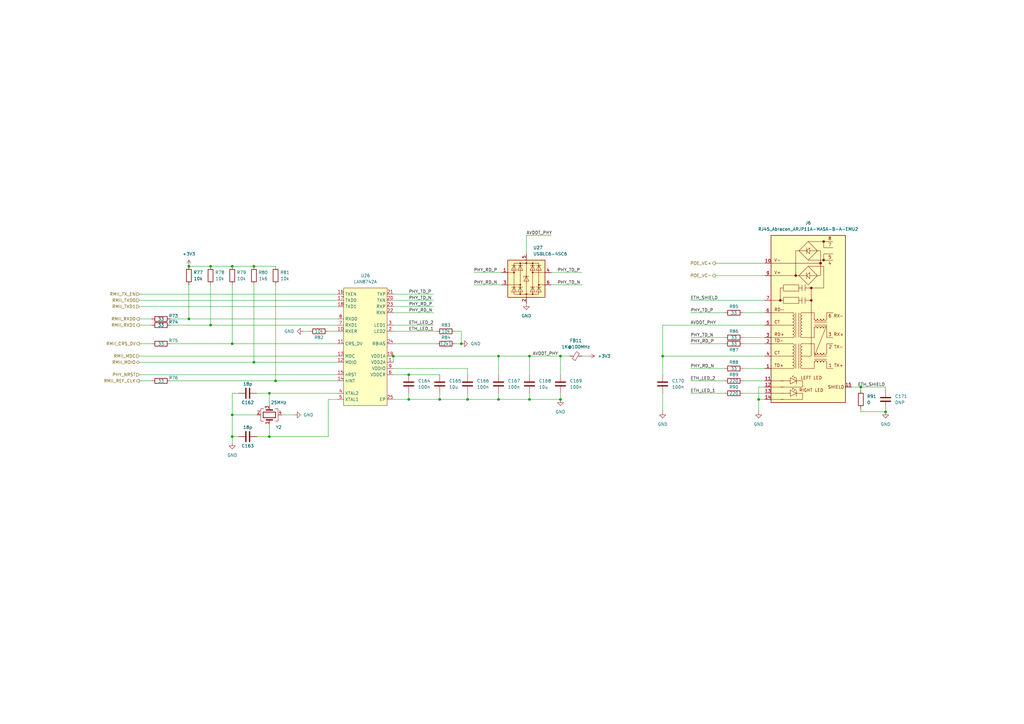
<source format=kicad_sch>
(kicad_sch (version 20211123) (generator eeschema)
  (paper "A3")
  (title_block (title "Kirdy") (date "2022-07-03") (rev "r0.1") (company "M-Labs") (comment 1 "Alex Wong Tat Hang"))
  (lib_symbols
    (symbol "Connector:RJ45_Abracon_ARJP11A-MASA-B-A-EMU2" (pin_names (offset 1.016) hide)
      (property "Reference" "J" (at 0 -38.1 0))
      (property "Value" "RJ45_Abracon_ARJP11A-MASA-B-A-EMU2" (at 0 -35.56 0))
      (symbol "RJ45_Abracon_ARJP11A-MASA-B-A-EMU2_0_0"
        (rectangle (start -15.24 -34.29) (end 15.24 34.29) (stroke (width 0.254)) (fill (type background)))
        (rectangle (start -3.81 8.89) (end -10.16 6.35))
        (polyline (pts (xy -15.24 -33.02) (xy -10.16 -33.02)))
        (polyline (pts (xy -15.24 -30.48) (xy -10.16 -30.48)))
        (polyline (pts (xy -15.24 -27.94) (xy -10.16 -27.94)))
        (polyline (pts (xy -15.24 -25.4) (xy -10.16 -25.4)))
        (polyline (pts (xy -15.24 -20.32) (xy -10.16 -20.32)))
        (polyline (pts (xy -15.24 -15.24) (xy -10.16 -15.24)))
        (polyline (pts (xy -15.24 -10.16) (xy -10.16 -10.16)))
        (polyline (pts (xy -15.24 -7.62) (xy -10.16 -7.62)))
        (polyline (pts (xy -15.24 -2.54) (xy -10.16 -2.54)))
        (polyline (pts (xy -15.24 2.54) (xy -10.16 2.54)))
        (polyline (pts (xy -15.24 22.86) (xy 5.08 22.86)))
        (polyline (pts (xy -11.43 7.62) (xy -15.24 7.62)))
        (polyline (pts (xy -11.176 -25.4) (xy -7.366 -25.4)))
        (polyline (pts (xy -10.16 7.62) (xy -11.43 7.62)))
        (polyline (pts (xy -5.08 17.78) (xy -15.24 17.78)))
        (polyline (pts (xy -5.08 17.78) (xy -3.81 17.78)))
        (polyline (pts (xy -5.08 19.05) (xy -5.08 17.78)))
        (polyline (pts (xy -3.81 7.62) (xy -2.54 7.62)))
        (polyline (pts (xy -3.81 12.7) (xy -2.54 12.7)))
        (polyline (pts (xy -2.54 8.89) (xy -2.54 6.35)))
        (polyline (pts (xy -1.27 8.89) (xy -1.27 6.35)))
        (polyline (pts (xy -1.27 13.97) (xy -1.27 11.43)))
        (polyline (pts (xy 0 21.59) (xy 6.35 21.59)))
        (polyline (pts (xy 0 24.13) (xy 10.16 24.13)))
        (polyline (pts (xy 0 31.75) (xy 10.16 31.75)))
        (polyline (pts (xy 1.27 10.16) (xy 1.27 12.7)))
        (polyline (pts (xy -10.16 12.7) (xy -11.43 12.7) (xy -11.43 7.62)))
        (polyline (pts (xy -3.81 27.94) (xy -5.08 27.94) (xy -5.08 17.78)))
        (polyline (pts (xy -1.27 12.7) (xy 0 12.7) (xy 1.27 12.7)))
        (polyline (pts (xy 1.27 12.7) (xy 6.35 12.7) (xy 6.35 21.59)))
        (polyline (pts (xy 6.35 24.13) (xy 6.35 26.67) (xy 10.16 26.67)))
        (polyline (pts (xy 6.35 31.75) (xy 6.35 29.21) (xy 10.16 29.21)))
        (polyline (pts (xy -4.826 -25.4) (xy -2.286 -25.4) (xy -2.286 -27.94) (xy -11.176 -27.94)))
        (polyline (pts (xy -2.54 -15.24) (xy -1.27 -15.24) (xy 1.27 -15.24) (xy 1.27 10.16)))
        (polyline (pts (xy 3.81 17.78) (xy 5.08 17.78) (xy 5.08 27.94) (xy 3.81 27.94)))
        (polyline (pts (xy -3.81 17.78) (xy 0 13.97) (xy 3.81 17.78) (xy 0 21.59) (xy -3.81 17.78)))
        (circle (center 1.27 7.62) (radius 0.0001) (stroke (width 0.508)))
        (text "1 TX+" (at 11.43 -19.05 0) (effects (font (size 1.27 1.27))))
        (text "2 TX-" (at 11.43 -11.43 0) (effects (font (size 1.27 1.27))))
        (text "3 RX+" (at 11.43 -6.35 0) (effects (font (size 1.27 1.27))))
        (text "4" (at 8.89 22.86 0) (effects (font (size 1.27 1.27))))
        (text "5" (at 8.89 25.4 0) (effects (font (size 1.27 1.27))))
        (text "6 RX-" (at 11.43 1.27 0) (effects (font (size 1.27 1.27))))
        (text "7" (at 8.89 30.48 0) (effects (font (size 1.27 1.27))))
        (text "8" (at 8.89 33.02 0) (effects (font (size 1.27 1.27))))
        (text "CT" (at -13.97 -1.27 0) (effects (font (size 1.27 1.27)) (justify left)))
        (text "LEFT LED" (at 1.27 -24.13 0) (effects (font (size 1.27 1.27))))
        (text "RD-" (at -13.97 3.81 0) (effects (font (size 1.27 1.27)) (justify left)))
        (text "SHIELD" (at 11.43 -27.94 0) (effects (font (size 1.27 1.27))))
        (text "V+" (at -13.97 19.05 0) (effects (font (size 1.27 1.27)) (justify left)))
        (text "V-" (at -13.97 24.13 0) (effects (font (size 1.27 1.27)) (justify left)))
      )
      (symbol "RJ45_Abracon_ARJP11A-MASA-B-A-EMU2_0_1"
        (arc (start -6.35 -16.51) (mid -5.715 -15.875) (end -6.35 -15.24))
        (arc (start -6.35 -15.24) (mid -5.715 -14.605) (end -6.35 -13.97))
        (arc (start -6.35 -13.97) (mid -6.35 -16.51) (end -6.35 -13.97))
        (arc (start -6.35 -11.43) (mid -5.715 -10.795) (end -6.35 -10.16))
        (polyline (pts (xy -6.35 -20.32) (xy -10.16 -20.32)))
        (polyline (pts (xy -6.35 -15.24) (xy -10.16 -15.24)))
        (polyline (pts (xy -6.35 -10.16) (xy -10.16 -10.16)))
        (polyline (pts (xy -6.35 -7.62) (xy -10.16 -7.62)))
        (polyline (pts (xy -6.35 -2.54) (xy -10.16 -2.54)))
        (polyline (pts (xy -6.35 2.54) (xy -10.16 2.54)))
        (polyline (pts (xy -6.096 -28.448) (xy -6.35 -28.448)))
        (polyline (pts (xy -5.334 -28.956) (xy -5.588 -28.956)))
        (polyline (pts (xy -4.826 -24.13) (xy -4.826 -26.67)))
        (polyline (pts (xy -1.27 7.62) (xy 1.27 7.62)))
        (polyline (pts (xy -0.635 17.78) (xy -3.81 17.78)))
        (polyline (pts (xy -0.635 19.05) (xy -0.635 16.51)))
        (polyline (pts (xy 0.635 17.78) (xy 3.81 17.78)))
        (polyline (pts (xy -6.604 -28.956) (xy -6.096 -28.448) (xy -6.096 -28.702)))
        (polyline (pts (xy -5.842 -29.464) (xy -5.334 -28.956) (xy -5.334 -29.21)))
        (polyline (pts (xy -7.366 -24.13) (xy -7.366 -26.67) (xy -4.826 -25.4) (xy -7.366 -24.13)))
        (polyline (pts (xy 0.635 19.05) (xy 0.635 16.51) (xy -0.635 17.78) (xy 0.635 19.05)))
      )
      (symbol "RJ45_Abracon_ARJP11A-MASA-B-A-EMU2_1_1"
        (circle (center -11.43 7.62) (radius 0.0001) (stroke (width 0.508)))
        (arc (start -6.35 -20.32) (mid -5.715 -19.685) (end -6.35 -19.05))
        (arc (start -6.35 -19.05) (mid -5.715 -18.415) (end -6.35 -17.78))
        (arc (start -6.35 -17.78) (mid -6.35 -20.32) (end -6.35 -17.78))
        (arc (start -6.35 -17.78) (mid -5.715 -17.145) (end -6.35 -16.51))
        (arc (start -6.35 -13.97) (mid -5.715 -13.335) (end -6.35 -12.7))
        (arc (start -6.35 -12.7) (mid -5.715 -12.065) (end -6.35 -11.43))
        (arc (start -6.35 -7.62) (mid -5.715 -6.985) (end -6.35 -6.35))
        (arc (start -6.35 -6.35) (mid -5.715 -5.715) (end -6.35 -5.08))
        (arc (start -6.35 -5.08) (mid -6.35 -7.62) (end -6.35 -5.08))
        (arc (start -6.35 -5.08) (mid -5.715 -4.445) (end -6.35 -3.81))
        (arc (start -6.35 -3.81) (mid -6.35 -6.35) (end -6.35 -3.81))
        (arc (start -6.35 -3.81) (mid -5.715 -3.175) (end -6.35 -2.54))
        (arc (start -6.35 -2.54) (mid -5.715 -1.905) (end -6.35 -1.27))
        (arc (start -6.35 -1.27) (mid -5.715 -0.635) (end -6.35 0))
        (arc (start -6.35 0) (mid -5.715 0.635) (end -6.35 1.27))
        (arc (start -6.35 1.27) (mid -6.35 -1.27) (end -6.35 1.27))
        (arc (start -6.35 1.27) (mid -5.715 1.905) (end -6.35 2.54))
        (circle (center -5.08 17.78) (radius 0.0001) (stroke (width 0.508)))
        (rectangle (start -3.81 13.97) (end -10.16 11.43))
        (arc (start -2.54 -19.05) (mid -3.175 -19.685) (end -2.54 -20.32))
        (arc (start -2.54 -19.05) (mid -2.54 -16.51) (end -2.54 -19.05))
        (arc (start -2.54 -17.78) (mid -3.175 -18.415) (end -2.54 -19.05))
        (arc (start -2.54 -16.51) (mid -3.175 -17.145) (end -2.54 -17.78))
        (arc (start -2.54 -15.24) (mid -3.175 -15.875) (end -2.54 -16.51))
        (arc (start -2.54 -15.24) (mid -2.54 -12.7) (end -2.54 -15.24))
        (arc (start -2.54 -13.97) (mid -3.175 -14.605) (end -2.54 -15.24))
        (arc (start -2.54 -12.7) (mid -3.175 -13.335) (end -2.54 -13.97))
        (arc (start -2.54 -11.43) (mid -3.175 -12.065) (end -2.54 -12.7))
        (arc (start -2.54 -10.16) (mid -3.175 -10.795) (end -2.54 -11.43))
        (arc (start -2.54 -6.35) (mid -3.175 -6.985) (end -2.54 -7.62))
        (arc (start -2.54 -6.35) (mid -2.54 -3.81) (end -2.54 -6.35))
        (arc (start -2.54 -5.08) (mid -3.175 -5.715) (end -2.54 -6.35))
        (arc (start -2.54 -3.81) (mid -3.175 -4.445) (end -2.54 -5.08))
        (arc (start -2.54 -3.81) (mid -2.54 -1.27) (end -2.54 -3.81))
        (arc (start -2.54 -2.54) (mid -3.175 -3.175) (end -2.54 -3.81))
        (arc (start -2.54 -1.27) (mid -3.175 -1.905) (end -2.54 -2.54))
        (arc (start -2.54 0) (mid -3.175 -0.635) (end -2.54 -1.27))
        (arc (start -2.54 0) (mid -2.54 2.54) (end -2.54 0))
        (arc (start -2.54 1.27) (mid -3.175 0.635) (end -2.54 0))
        (arc (start -2.54 2.54) (mid -3.175 1.905) (end -2.54 1.27))
        (polyline (pts (xy -11.176 -30.48) (xy -7.366 -30.48)))
        (polyline (pts (xy -6.096 -23.368) (xy -6.35 -23.368)))
        (polyline (pts (xy -5.334 -23.876) (xy -5.588 -23.876)))
        (polyline (pts (xy -5.08 -10.16) (xy -5.08 -20.32)))
        (polyline (pts (xy -5.08 2.54) (xy -5.08 -7.62)))
        (polyline (pts (xy -4.826 -29.21) (xy -4.826 -31.75)))
        (polyline (pts (xy -3.81 -20.32) (xy -3.81 -10.16)))
        (polyline (pts (xy -3.81 -7.62) (xy -3.81 2.54)))
        (polyline (pts (xy -2.54 13.97) (xy -2.54 11.43)))
        (polyline (pts (xy -0.635 27.94) (xy -3.81 27.94)))
        (polyline (pts (xy -0.635 29.21) (xy -0.635 26.67)))
        (polyline (pts (xy 0.635 27.94) (xy 3.81 27.94)))
        (polyline (pts (xy 2.54 -16.51) (xy 7.62 -16.51)))
        (polyline (pts (xy 2.54 -15.24) (xy 7.62 -2.54)))
        (polyline (pts (xy 2.54 -2.54) (xy 7.62 -2.54)))
        (polyline (pts (xy 7.62 -15.24) (xy 2.54 -15.24)))
        (polyline (pts (xy 7.62 -1.27) (xy 2.54 -1.27)))
        (polyline (pts (xy -6.604 -23.876) (xy -6.096 -23.368) (xy -6.096 -23.622)))
        (polyline (pts (xy -5.842 -24.384) (xy -5.334 -23.876) (xy -5.334 -24.13)))
        (polyline (pts (xy -2.54 -10.16) (xy 2.54 -10.16) (xy 2.54 -13.97)))
        (polyline (pts (xy -2.54 -7.62) (xy 2.54 -7.62) (xy 2.54 -3.81)))
        (polyline (pts (xy -2.54 2.54) (xy 2.54 2.54) (xy 2.54 0)))
        (polyline (pts (xy 2.54 -17.78) (xy 2.54 -20.32) (xy -2.54 -20.32)))
        (polyline (pts (xy 7.62 -17.78) (xy 7.62 -20.32) (xy 10.16 -20.32)))
        (polyline (pts (xy 7.62 -13.97) (xy 7.62 -10.16) (xy 10.16 -10.16)))
        (polyline (pts (xy 7.62 -3.81) (xy 7.62 -7.62) (xy 10.16 -7.62)))
        (polyline (pts (xy 7.62 0) (xy 7.62 2.54) (xy 10.16 2.54)))
        (polyline (pts (xy -7.366 -29.21) (xy -7.366 -31.75) (xy -4.826 -30.48) (xy -7.366 -29.21)))
        (polyline (pts (xy -4.826 -30.48) (xy -2.286 -30.48) (xy -2.286 -33.02) (xy -11.176 -33.02)))
        (polyline (pts (xy 0.635 29.21) (xy 0.635 26.67) (xy -0.635 27.94) (xy 0.635 29.21)))
        (polyline (pts (xy -3.81 27.94) (xy 0 24.13) (xy 3.81 27.94) (xy 0 31.75) (xy -3.81 27.94)))
        (circle (center 1.27 12.7) (radius 0.0001) (stroke (width 0.508)))
        (arc (start 2.54 -17.78) (mid 5.08 -17.78) (end 2.54 -17.78))
        (arc (start 2.54 -13.97) (mid 3.175 -14.605) (end 3.81 -13.97))
        (arc (start 2.54 -13.97) (mid 3.175 -14.605) (end 3.81 -13.97))
        (arc (start 2.54 -3.81) (mid 5.08 -3.81) (end 2.54 -3.81))
        (arc (start 2.54 0) (mid 3.175 -0.635) (end 3.81 0))
        (arc (start 2.54 0) (mid 3.175 -0.635) (end 3.81 0))
        (arc (start 3.81 -17.78) (mid 3.175 -17.145) (end 2.54 -17.78))
        (arc (start 3.81 -17.78) (mid 3.175 -17.145) (end 2.54 -17.78))
        (arc (start 3.81 -13.97) (mid 1.27 -13.97) (end 3.81 -13.97))
        (arc (start 3.81 -13.97) (mid 4.445 -14.605) (end 5.08 -13.97))
        (arc (start 3.81 -3.81) (mid 3.175 -3.175) (end 2.54 -3.81))
        (arc (start 3.81 -3.81) (mid 3.175 -3.175) (end 2.54 -3.81))
        (arc (start 3.81 0) (mid 1.27 0) (end 3.81 0))
        (arc (start 3.81 0) (mid 4.445 -0.635) (end 5.08 0))
        (arc (start 5.08 -17.78) (mid 4.445 -17.145) (end 3.81 -17.78))
        (arc (start 5.08 -17.78) (mid 7.62 -17.78) (end 5.08 -17.78))
        (arc (start 5.08 -13.97) (mid 5.715 -14.605) (end 6.35 -13.97))
        (arc (start 5.08 -13.97) (mid 5.715 -14.605) (end 6.35 -13.97))
        (arc (start 5.08 -3.81) (mid 4.445 -3.175) (end 3.81 -3.81))
        (arc (start 5.08 -3.81) (mid 7.62 -3.81) (end 5.08 -3.81))
        (arc (start 5.08 0) (mid 5.715 -0.635) (end 6.35 0))
        (arc (start 5.08 0) (mid 5.715 -0.635) (end 6.35 0))
        (circle (center 5.08 22.86) (radius 0.0001) (stroke (width 0.508)))
        (circle (center 5.08 22.86) (radius 0.0001) (stroke (width 0.508)))
        (arc (start 6.35 -17.78) (mid 5.715 -17.145) (end 5.08 -17.78))
        (arc (start 6.35 -17.78) (mid 5.715 -17.145) (end 5.08 -17.78))
        (arc (start 6.35 -13.97) (mid 3.81 -13.97) (end 6.35 -13.97))
        (arc (start 6.35 -13.97) (mid 6.985 -14.605) (end 7.62 -13.97))
        (arc (start 6.35 -3.81) (mid 5.715 -3.175) (end 5.08 -3.81))
        (arc (start 6.35 -3.81) (mid 5.715 -3.175) (end 5.08 -3.81))
        (arc (start 6.35 0) (mid 3.81 0) (end 6.35 0))
        (arc (start 6.35 0) (mid 6.985 -0.635) (end 7.62 0))
        (circle (center 6.35 24.13) (radius 0.0001) (stroke (width 0.508)))
        (circle (center 6.35 31.75) (radius 0.0001) (stroke (width 0.508)))
        (arc (start 7.62 -17.78) (mid 6.985 -17.145) (end 6.35 -17.78))
        (arc (start 7.62 -3.81) (mid 6.985 -3.175) (end 6.35 -3.81))
        (text "CT" (at -13.97 -13.97 0) (effects (font (size 1.27 1.27)) (justify left)))
        (text "RD+" (at -13.97 -6.35 0) (effects (font (size 1.27 1.27)) (justify left)))
        (text "RIGHT LED" (at 1.27 -29.21 0) (effects (font (size 1.27 1.27))))
        (text "TD+" (at -13.97 -19.05 0) (effects (font (size 1.27 1.27)) (justify left)))
        (text "TD-" (at -13.97 -8.89 0) (effects (font (size 1.27 1.27)) (justify left)))
        (pin passive line (at -17.78 -20.32 0) (length 2.54) (name "TD+") (number "1"))
        (pin power_out line (at -17.78 22.86 0) (length 2.54) (name "V-") (number "10"))
        (pin passive line (at -17.78 -25.4 0) (length 2.54) (name "LLED+") (number "11"))
        (pin passive line (at -17.78 -27.94 0) (length 2.54) (name "LLED-") (number "12"))
        (pin passive line (at -17.78 -30.48 0) (length 2.54) (name "RLED+") (number "13"))
        (pin passive line (at -17.78 -33.02 0) (length 2.54) (name "RLED-") (number "14"))
        (pin passive line (at 17.78 -27.94 180) (length 2.54) (name "SHIELD") (number "15"))
        (pin passive line (at -17.78 -10.16 0) (length 2.54) (name "TD-") (number "2"))
        (pin passive line (at -17.78 -7.62 0) (length 2.54) (name "RD+") (number "3"))
        (pin passive line (at -17.78 -15.24 0) (length 2.54) (name "CT") (number "4"))
        (pin passive line (at -17.78 -2.54 0) (length 2.54) (name "CT") (number "5"))
        (pin passive line (at -17.78 2.54 0) (length 2.54) (name "RD-") (number "6"))
        (pin passive line (at -17.78 7.62 0) (length 2.54) (name "7") (number "7"))
        (pin power_out line (at -17.78 17.78 0) (length 2.54) (name "V+") (number "9"))
      )
    )
    (symbol "Device:C" (pin_numbers hide) (pin_names (offset 0.254))
      (property "Reference" "C" (at 0.635 2.54 0))
      (property "Value" "C" (at 0.635 -2.54 0))
      (symbol "C_0_1"
        (polyline (pts (xy -2.032 -0.762) (xy 2.032 -0.762)) (stroke (width 0.508)))
        (polyline (pts (xy -2.032 0.762) (xy 2.032 0.762)) (stroke (width 0.508)))
      )
      (symbol "C_1_1"
        (pin passive line (at 0 3.81 270) (length 2.794) (name "~") (number "1"))
        (pin passive line (at 0 -3.81 90) (length 2.794) (name "~") (number "2"))
      )
    )
    (symbol "Device:Crystal_GND24" (pin_names (offset 1.016) hide)
      (property "Reference" "Y" (at 3.175 5.08 0))
      (property "Value" "Crystal_GND24" (at 3.175 3.175 0))
      (symbol "Crystal_GND24_0_1"
        (rectangle (start -1.143 2.54) (end 1.143 -2.54) (stroke (width 0.3048)))
        (polyline (pts (xy -2.54 0) (xy -2.032 0)))
        (polyline (pts (xy -2.032 -1.27) (xy -2.032 1.27)) (stroke (width 0.508)))
        (polyline (pts (xy 0 -3.81) (xy 0 -3.556)))
        (polyline (pts (xy 0 3.556) (xy 0 3.81)))
        (polyline (pts (xy 2.032 -1.27) (xy 2.032 1.27)) (stroke (width 0.508)))
        (polyline (pts (xy 2.032 0) (xy 2.54 0)))
        (polyline (pts (xy -2.54 -2.286) (xy -2.54 -3.556) (xy 2.54 -3.556) (xy 2.54 -2.286)))
        (polyline (pts (xy -2.54 2.286) (xy -2.54 3.556) (xy 2.54 3.556) (xy 2.54 2.286)))
      )
      (symbol "Crystal_GND24_1_1"
        (pin passive line (at -3.81 0 0) (length 1.27) (name "1") (number "1"))
        (pin passive line (at 0 5.08 270) (length 1.27) (name "2") (number "2"))
        (pin passive line (at 3.81 0 180) (length 1.27) (name "3") (number "3"))
        (pin passive line (at 0 -5.08 90) (length 1.27) (name "4") (number "4"))
      )
    )
    (symbol "Device:FerriteBead_Small" (pin_numbers hide) (pin_names (offset 0))
      (property "Reference" "FB" (at 1.905 1.27 0))
      (property "Value" "FerriteBead_Small" (at 1.905 -1.27 0))
      (symbol "FerriteBead_Small_0_1"
        (polyline (pts (xy 0 -1.27) (xy 0 -0.7874)))
        (polyline (pts (xy 0 0.889) (xy 0 1.2954)))
        (polyline (pts (xy -1.8288 0.2794) (xy -1.1176 1.4986) (xy 1.8288 -0.2032) (xy 1.1176 -1.4224) (xy -1.8288 0.2794)))
      )
      (symbol "FerriteBead_Small_1_1"
        (pin passive line (at 0 2.54 270) (length 1.27) (name "~") (number "1"))
        (pin passive line (at 0 -2.54 90) (length 1.27) (name "~") (number "2"))
      )
    )
    (symbol "Device:R" (pin_numbers hide) (pin_names (offset 0))
      (property "Reference" "R" (at 2.032 0 90))
      (property "Value" "R" (at 0 0 90))
      (symbol "R_0_1"
        (rectangle (start -1.016 -2.54) (end 1.016 2.54) (stroke (width 0.254)))
      )
      (symbol "R_1_1"
        (pin passive line (at 0 3.81 270) (length 1.27) (name "~") (number "1"))
        (pin passive line (at 0 -3.81 90) (length 1.27) (name "~") (number "2"))
      )
    )
    (symbol "Power_Protection:USBLC6-4SC6" (pin_names hide)
      (property "Reference" "U" (at 2.54 8.89 0))
      (property "Value" "USBLC6-4SC6" (at 2.54 -8.89 0))
      (symbol "USBLC6-4SC6_0_1"
        (rectangle (start -7.62 -7.62) (end 7.62 7.62) (stroke (width 0.254)) (fill (type background)))
        (circle (center -5.08 2.54) (radius 0.254) (fill (type outline)))
        (circle (center -2.54 -6.35) (radius 0.254) (fill (type outline)))
        (circle (center -2.54 -2.54) (radius 0.254) (fill (type outline)))
        (circle (center -2.54 6.35) (radius 0.254) (fill (type outline)))
        (rectangle (start -2.54 6.35) (end 2.54 -6.35))
        (circle (center 0 -6.35) (radius 0.254) (fill (type outline)))
        (polyline (pts (xy -5.08 2.54) (xy -7.62 2.54)))
        (polyline (pts (xy -4.064 -3.429) (xy -6.096 -3.429)))
        (polyline (pts (xy -4.064 5.461) (xy -6.096 5.461)))
        (polyline (pts (xy -2.54 -2.54) (xy -7.62 -2.54)))
        (polyline (pts (xy -1.524 -3.429) (xy -3.556 -3.429)))
        (polyline (pts (xy -1.524 5.461) (xy -3.556 5.461)))
        (polyline (pts (xy 0 -7.62) (xy 0 -6.35)))
        (polyline (pts (xy 0 -6.35) (xy 0 1.27)))
        (polyline (pts (xy 0 1.27) (xy 0 6.35)))
        (polyline (pts (xy 0 6.35) (xy 0 7.62)))
        (polyline (pts (xy 1.524 -3.429) (xy 3.556 -3.429)))
        (polyline (pts (xy 1.524 5.461) (xy 3.556 5.461)))
        (polyline (pts (xy 2.54 2.54) (xy 7.62 2.54)))
        (polyline (pts (xy 4.064 -3.429) (xy 6.096 -3.429)))
        (polyline (pts (xy 4.064 5.461) (xy 6.096 5.461)))
        (polyline (pts (xy 5.08 -2.54) (xy 7.62 -2.54)))
        (polyline (pts (xy -6.096 -5.461) (xy -4.064 -5.461) (xy -5.08 -3.429) (xy -6.096 -5.461)))
        (polyline (pts (xy -6.096 3.429) (xy -4.064 3.429) (xy -5.08 5.461) (xy -6.096 3.429)))
        (polyline (pts (xy -3.556 -5.461) (xy -1.524 -5.461) (xy -2.54 -3.429) (xy -3.556 -5.461)))
        (polyline (pts (xy -3.556 3.429) (xy -1.524 3.429) (xy -2.54 5.461) (xy -3.556 3.429)))
        (polyline (pts (xy -2.54 6.35) (xy -5.08 6.35) (xy -5.08 -6.35) (xy -2.54 -6.35)))
        (polyline (pts (xy -1.016 -1.016) (xy 1.016 -1.016) (xy 0 1.016) (xy -1.016 -1.016)))
        (polyline (pts (xy 1.016 1.016) (xy 0.762 1.016) (xy -1.016 1.016) (xy -1.016 0.508)))
        (polyline (pts (xy 2.54 6.35) (xy 5.08 6.35) (xy 5.08 -6.35) (xy 2.54 -6.35)))
        (polyline (pts (xy 3.556 -5.461) (xy 1.524 -5.461) (xy 2.54 -3.429) (xy 3.556 -5.461)))
        (polyline (pts (xy 3.556 3.429) (xy 1.524 3.429) (xy 2.54 5.461) (xy 3.556 3.429)))
        (polyline (pts (xy 6.096 -5.461) (xy 4.064 -5.461) (xy 5.08 -3.429) (xy 6.096 -5.461)))
        (polyline (pts (xy 6.096 3.429) (xy 4.064 3.429) (xy 5.08 5.461) (xy 6.096 3.429)))
        (circle (center 0 6.35) (radius 0.254) (fill (type outline)))
        (circle (center 2.54 -6.35) (radius 0.254) (fill (type outline)))
        (circle (center 2.54 2.54) (radius 0.254) (fill (type outline)))
        (circle (center 2.54 6.35) (radius 0.254) (fill (type outline)))
        (circle (center 5.08 -2.54) (radius 0.254) (fill (type outline)))
      )
      (symbol "USBLC6-4SC6_1_1"
        (pin passive line (at -10.16 2.54 0) (length 2.54) (name "I/O1") (number "1"))
        (pin passive line (at 0 -10.16 90) (length 2.54) (name "GND") (number "2"))
        (pin passive line (at -10.16 -2.54 0) (length 2.54) (name "I/O2") (number "3"))
        (pin passive line (at 10.16 2.54 180) (length 2.54) (name "I/O3") (number "4"))
        (pin passive line (at 0 10.16 270) (length 2.54) (name "VBUS") (number "5"))
        (pin passive line (at 10.16 -2.54 180) (length 2.54) (name "I/O4") (number "6"))
      )
    )
    (symbol "kirdy:LAN8742A"
      (property "Reference" "U" (at 0 -30.48 0))
      (property "Value" "LAN8742A" (at 0 -27.94 0))
      (symbol "LAN8742A_0_0"
        (pin power_in line (at 10.16 -7.62 180) (length 2.54) (name "VDD2A") (number "1"))
        (pin bidirectional line (at -12.7 5.08 0) (length 2.54) (name "RXER") (number "10"))
        (pin output line (at -12.7 0 0) (length 2.54) (name "CRS_DV") (number "11"))
        (pin bidirectional line (at -12.7 -7.62 0) (length 2.54) (name "MDIO") (number "12"))
        (pin input line (at -12.7 -5.08 0) (length 2.54) (name "MDC") (number "13"))
        (pin output line (at -12.7 -15.24 0) (length 2.54) (name "nINT") (number "14"))
        (pin input line (at -12.7 -12.7 0) (length 2.54) (name "nRST") (number "15"))
        (pin input line (at -12.7 20.32 0) (length 2.54) (name "TXEN") (number "16"))
        (pin input line (at -12.7 17.78 0) (length 2.54) (name "TXD0") (number "17"))
        (pin input line (at -12.7 15.24 0) (length 2.54) (name "TXD1") (number "18"))
        (pin power_in line (at 10.16 -5.08 180) (length 2.54) (name "VDD1A") (number "19"))
        (pin output line (at 10.16 5.08 180) (length 2.54) (name "LED2") (number "2"))
        (pin bidirectional line (at 10.16 17.78 180) (length 2.54) (name "TXN") (number "20"))
        (pin bidirectional line (at 10.16 20.32 180) (length 2.54) (name "TXP") (number "21"))
        (pin bidirectional line (at 10.16 12.7 180) (length 2.54) (name "RXN") (number "22"))
        (pin bidirectional line (at 10.16 15.24 180) (length 2.54) (name "RXP") (number "23"))
        (pin passive line (at 10.16 0 180) (length 2.54) (name "RBIAS") (number "24"))
        (pin power_in line (at 10.16 -22.86 180) (length 2.54) (name "EP") (number "25"))
        (pin output line (at 10.16 7.62 180) (length 2.54) (name "LED1") (number "3"))
        (pin input line (at -12.7 -20.32 0) (length 2.54) (name "XTAL2") (number "4"))
        (pin input line (at -12.7 -22.86 0) (length 2.54) (name "XTAL1") (number "5"))
        (pin power_in line (at 10.16 -12.7 180) (length 2.54) (name "VDDCR") (number "6"))
        (pin output line (at -12.7 7.62 0) (length 2.54) (name "RXD1") (number "7"))
        (pin output line (at -12.7 10.16 0) (length 2.54) (name "RXD0") (number "8"))
        (pin power_in line (at 10.16 -10.16 180) (length 2.54) (name "VDDIO") (number "9"))
      )
      (symbol "LAN8742A_0_1"
        (rectangle (start -10.16 22.86) (end 7.62 -25.4) (fill (type background)))
      )
    )
    (symbol "power:+3V3" (power) (pin_names (offset 0))
      (property "Value" "+3V3" (at 0 3.556 0))
      (symbol "+3V3_0_1"
        (polyline (pts (xy -0.762 1.27) (xy 0 2.54)))
        (polyline (pts (xy 0 0) (xy 0 2.54)))
        (polyline (pts (xy 0 2.54) (xy 0.762 1.27)))
      )
      (symbol "+3V3_1_1"
        (pin power_in line (at 0 0 90) (length 0) hide (name "+3V3") (number "1"))
      )
    )
    (symbol "power:GND" (power) (pin_names (offset 0))
      (property "Value" "GND" (at 0 -3.81 0))
      (symbol "GND_0_1"
        (polyline (pts (xy 0 0) (xy 0 -1.27) (xy 1.27 -1.27) (xy 0 -2.54) (xy -1.27 -1.27) (xy 0 -1.27)))
      )
      (symbol "GND_1_1"
        (pin power_in line (at 0 0 270) (length 0) hide (name "GND") (number "1"))
      )
    )
  )
  (junction (at 191.77 163.83))
  (junction (at 95.25 179.07))
  (junction (at 363.22 168.91))
  (junction (at 77.47 130.81))
  (junction (at 311.15 163.83))
  (junction (at 104.14 109.22))
  (junction (at 204.47 146.05))
  (junction (at 104.14 148.59))
  (junction (at 180.34 163.83))
  (junction (at 217.17 146.05))
  (junction (at 95.25 109.22))
  (junction (at 77.47 109.22))
  (junction (at 86.36 133.35))
  (junction (at 113.03 156.21))
  (junction (at 271.78 146.05))
  (junction (at 353.06 158.75))
  (junction (at 189.23 140.97))
  (junction (at 204.47 163.83))
  (junction (at 167.64 163.83))
  (junction (at 95.25 170.18))
  (junction (at 229.87 163.83))
  (junction (at 110.49 179.07))
  (junction (at 167.64 153.67))
  (junction (at 95.25 140.97))
  (junction (at 229.87 146.05))
  (junction (at 217.17 163.83))
  (junction (at 86.36 109.22))
  (junction (at 110.49 161.29))
  (junction (at 161.29 146.05))
  (wire (pts (xy 238.76 146.05) (xy 241.3 146.05)))
  (wire (pts (xy 95.25 109.22) (xy 104.14 109.22)))
  (wire (pts (xy 57.15 148.59) (xy 104.14 148.59)))
  (wire (pts (xy 180.34 161.29) (xy 180.34 163.83)))
  (wire (pts (xy 283.21 138.43) (xy 297.18 138.43)))
  (wire (pts (xy 304.8 138.43) (xy 313.69 138.43)))
  (wire (pts (xy 353.06 158.75) (xy 353.06 160.02)))
  (wire (pts (xy 204.47 161.29) (xy 204.47 163.83)))
  (wire (pts (xy 161.29 140.97) (xy 179.07 140.97)))
  (wire (pts (xy 189.23 135.89) (xy 189.23 140.97)))
  (wire (pts (xy 161.29 128.27) (xy 177.8 128.27)))
  (wire (pts (xy 57.15 130.81) (xy 62.23 130.81)))
  (wire (pts (xy 204.47 163.83) (xy 217.17 163.83)))
  (wire (pts (xy 349.25 158.75) (xy 353.06 158.75)))
  (wire (pts (xy 77.47 116.84) (xy 77.47 130.81)))
  (wire (pts (xy 57.15 133.35) (xy 62.23 133.35)))
  (wire (pts (xy 194.31 116.84) (xy 205.74 116.84)))
  (wire (pts (xy 271.78 146.05) (xy 313.69 146.05)))
  (wire (pts (xy 95.25 116.84) (xy 95.25 140.97)))
  (wire (pts (xy 311.15 158.75) (xy 311.15 163.83)))
  (wire (pts (xy 283.21 161.29) (xy 297.18 161.29)))
  (wire (pts (xy 95.25 170.18) (xy 105.41 170.18)))
  (wire (pts (xy 134.62 163.83) (xy 138.43 163.83)))
  (wire (pts (xy 271.78 168.91) (xy 271.78 161.29)))
  (wire (pts (xy 105.41 179.07) (xy 110.49 179.07)))
  (wire (pts (xy 95.25 170.18) (xy 95.25 161.29)))
  (wire (pts (xy 353.06 168.91) (xy 363.22 168.91)))
  (wire (pts (xy 194.31 111.76) (xy 205.74 111.76)))
  (wire (pts (xy 167.64 153.67) (xy 180.34 153.67)))
  (wire (pts (xy 110.49 161.29) (xy 138.43 161.29)))
  (wire (pts (xy 304.8 156.21) (xy 313.69 156.21)))
  (wire (pts (xy 113.03 156.21) (xy 138.43 156.21)))
  (wire (pts (xy 161.29 146.05) (xy 161.29 148.59)))
  (wire (pts (xy 115.57 170.18) (xy 120.65 170.18)))
  (wire (pts (xy 229.87 146.05) (xy 229.87 153.67)))
  (wire (pts (xy 293.37 113.03) (xy 313.69 113.03)))
  (wire (pts (xy 167.64 163.83) (xy 180.34 163.83)))
  (wire (pts (xy 191.77 163.83) (xy 204.47 163.83)))
  (wire (pts (xy 86.36 133.35) (xy 138.43 133.35)))
  (wire (pts (xy 217.17 161.29) (xy 217.17 163.83)))
  (wire (pts (xy 57.15 156.21) (xy 62.23 156.21)))
  (wire (pts (xy 69.85 140.97) (xy 95.25 140.97)))
  (wire (pts (xy 186.69 140.97) (xy 189.23 140.97)))
  (wire (pts (xy 95.25 181.61) (xy 95.25 179.07)))
  (wire (pts (xy 229.87 163.83) (xy 229.87 161.29)))
  (wire (pts (xy 283.21 156.21) (xy 297.18 156.21)))
  (wire (pts (xy 161.29 120.65) (xy 177.8 120.65)))
  (wire (pts (xy 229.87 146.05) (xy 233.68 146.05)))
  (wire (pts (xy 57.15 146.05) (xy 138.43 146.05)))
  (wire (pts (xy 191.77 161.29) (xy 191.77 163.83)))
  (wire (pts (xy 217.17 146.05) (xy 229.87 146.05)))
  (wire (pts (xy 161.29 146.05) (xy 204.47 146.05)))
  (wire (pts (xy 271.78 146.05) (xy 271.78 153.67)))
  (wire (pts (xy 113.03 116.84) (xy 113.03 156.21)))
  (wire (pts (xy 57.15 140.97) (xy 62.23 140.97)))
  (wire (pts (xy 161.29 153.67) (xy 167.64 153.67)))
  (wire (pts (xy 57.15 153.67) (xy 138.43 153.67)))
  (wire (pts (xy 215.9 96.52) (xy 226.06 96.52)))
  (wire (pts (xy 313.69 133.35) (xy 271.78 133.35)))
  (wire (pts (xy 57.15 120.65) (xy 138.43 120.65)))
  (wire (pts (xy 161.29 163.83) (xy 167.64 163.83)))
  (wire (pts (xy 134.62 135.89) (xy 138.43 135.89)))
  (wire (pts (xy 161.29 135.89) (xy 179.07 135.89)))
  (wire (pts (xy 95.25 179.07) (xy 97.79 179.07)))
  (wire (pts (xy 186.69 135.89) (xy 189.23 135.89)))
  (wire (pts (xy 226.06 111.76) (xy 238.76 111.76)))
  (wire (pts (xy 304.8 128.27) (xy 313.69 128.27)))
  (wire (pts (xy 86.36 109.22) (xy 95.25 109.22)))
  (wire (pts (xy 226.06 116.84) (xy 238.76 116.84)))
  (wire (pts (xy 95.25 161.29) (xy 97.79 161.29)))
  (wire (pts (xy 283.21 123.19) (xy 313.69 123.19)))
  (wire (pts (xy 311.15 168.91) (xy 311.15 163.83)))
  (wire (pts (xy 77.47 130.81) (xy 138.43 130.81)))
  (wire (pts (xy 110.49 179.07) (xy 134.62 179.07)))
  (wire (pts (xy 86.36 116.84) (xy 86.36 133.35)))
  (wire (pts (xy 283.21 128.27) (xy 297.18 128.27)))
  (wire (pts (xy 95.25 179.07) (xy 95.25 170.18)))
  (wire (pts (xy 304.8 161.29) (xy 313.69 161.29)))
  (wire (pts (xy 363.22 158.75) (xy 363.22 160.02)))
  (wire (pts (xy 161.29 151.13) (xy 191.77 151.13)))
  (wire (pts (xy 363.22 167.64) (xy 363.22 168.91)))
  (wire (pts (xy 104.14 148.59) (xy 138.43 148.59)))
  (wire (pts (xy 110.49 166.37) (xy 110.49 161.29)))
  (wire (pts (xy 95.25 140.97) (xy 138.43 140.97)))
  (wire (pts (xy 204.47 146.05) (xy 204.47 153.67)))
  (wire (pts (xy 57.15 125.73) (xy 138.43 125.73)))
  (wire (pts (xy 217.17 146.05) (xy 217.17 153.67)))
  (wire (pts (xy 104.14 109.22) (xy 113.03 109.22)))
  (wire (pts (xy 110.49 173.99) (xy 110.49 179.07)))
  (wire (pts (xy 304.8 140.97) (xy 313.69 140.97)))
  (wire (pts (xy 134.62 179.07) (xy 134.62 163.83)))
  (wire (pts (xy 161.29 133.35) (xy 177.8 133.35)))
  (wire (pts (xy 69.85 130.81) (xy 77.47 130.81)))
  (wire (pts (xy 283.21 140.97) (xy 297.18 140.97)))
  (wire (pts (xy 69.85 133.35) (xy 86.36 133.35)))
  (wire (pts (xy 180.34 163.83) (xy 191.77 163.83)))
  (wire (pts (xy 161.29 123.19) (xy 177.8 123.19)))
  (wire (pts (xy 204.47 146.05) (xy 217.17 146.05)))
  (wire (pts (xy 311.15 163.83) (xy 313.69 163.83)))
  (wire (pts (xy 161.29 125.73) (xy 177.8 125.73)))
  (wire (pts (xy 304.8 151.13) (xy 313.69 151.13)))
  (wire (pts (xy 69.85 156.21) (xy 113.03 156.21)))
  (wire (pts (xy 105.41 161.29) (xy 110.49 161.29)))
  (wire (pts (xy 293.37 107.95) (xy 313.69 107.95)))
  (wire (pts (xy 215.9 96.52) (xy 215.9 104.14)))
  (wire (pts (xy 271.78 133.35) (xy 271.78 146.05)))
  (wire (pts (xy 217.17 163.83) (xy 229.87 163.83)))
  (wire (pts (xy 313.69 158.75) (xy 311.15 158.75)))
  (wire (pts (xy 353.06 158.75) (xy 363.22 158.75)))
  (wire (pts (xy 353.06 167.64) (xy 353.06 168.91)))
  (wire (pts (xy 77.47 109.22) (xy 86.36 109.22)))
  (wire (pts (xy 283.21 151.13) (xy 297.18 151.13)))
  (wire (pts (xy 104.14 116.84) (xy 104.14 148.59)))
  (wire (pts (xy 191.77 151.13) (xy 191.77 153.67)))
  (wire (pts (xy 167.64 161.29) (xy 167.64 163.83)))
  (wire (pts (xy 124.46 135.89) (xy 127 135.89)))
  (wire (pts (xy 57.15 123.19) (xy 138.43 123.19)))
  (label "PHY_TD_P" (at 167.64 120.65 0))
  (label "PHY_TD_P" (at 283.21 128.27 0))
  (label "PHY_RD_N" (at 283.21 151.13 0))
  (label "AVDDT_PHY" (at 215.9 96.52 0))
  (label "PHY_RD_P" (at 283.21 140.97 0))
  (label "ETH_SHIELD" (at 283.21 123.19 0))
  (label "ETH_LED_1" (at 283.21 161.29 0))
  (label "PHY_TD_N" (at 167.64 123.19 0))
  (label "PHY_RD_P" (at 167.64 125.73 0))
  (label "PHY_TD_N" (at 228.6 116.84 0))
  (label "PHY_TD_N" (at 283.21 138.43 0))
  (label "PHY_RD_N" (at 167.64 128.27 0))
  (label "ETH_LED_2" (at 167.64 133.35 0))
  (label "PHY_RD_P" (at 194.31 111.76 0))
  (label "AVDDT_PHY" (at 283.21 133.35 0))
  (label "AVDDT_PHY" (at 218.44 146.05 0))
  (label "ETH_LED_2" (at 283.21 156.21 0))
  (label "PHY_RD_N" (at 194.31 116.84 0))
  (label "ETH_LED_1" (at 167.64 135.89 0))
  (label "PHY_TD_P" (at 228.6 111.76 0))
  (label "ETH_SHIELD" (at 351.79 158.75 0))
  (hierarchical_label "RMII_MDC" (shape input) (at 57.15 146.05 180))
  (hierarchical_label "RMII_TXD1" (shape input) (at 57.15 125.73 180))
  (hierarchical_label "RMII_RXD1" (shape output) (at 57.15 133.35 180))
  (hierarchical_label "RMII_RXD0" (shape output) (at 57.15 130.81 180))
  (hierarchical_label "RMII_CRS_DV" (shape output) (at 57.15 140.97 180))
  (hierarchical_label "RMII_MDIO" (shape bidirectional) (at 57.15 148.59 180))
  (hierarchical_label "RMII_REF_CLK" (shape output) (at 57.15 156.21 180))
  (hierarchical_label "POE_VC-" (shape output) (at 293.37 113.03 180))
  (hierarchical_label "RMII_TX_EN" (shape input) (at 57.15 120.65 180))
  (hierarchical_label "PHY_NRST" (shape input) (at 57.15 153.67 180))
  (hierarchical_label "POE_VC+" (shape output) (at 293.37 107.95 180))
  (hierarchical_label "RMII_TXD0" (shape input) (at 57.15 123.19 180))
  (symbol (lib_id "Device:C") (at 167.64 157.48 0) (unit 1)
    (property "Reference" "C164" (at 171.45 156.2099 0) (effects (justify left)))
    (property "Value" "100n" (at 171.45 158.7499 0) (effects (justify left)))
  )
  (symbol (lib_id "Device:C") (at 180.34 157.48 0) (unit 1)
    (property "Reference" "C165" (at 184.15 156.2099 0) (effects (justify left)))
    (property "Value" "10u" (at 184.15 158.7499 0) (effects (justify left)))
  )
  (symbol (lib_id "Device:C") (at 204.47 157.48 0) (unit 1)
    (property "Reference" "C167" (at 208.28 156.2099 0) (effects (justify left)))
    (property "Value" "100n" (at 208.28 158.7499 0) (effects (justify left)))
  )
  (symbol (lib_id "power:GND") (at 95.25 181.61 0) (unit 1)
    (property "Reference" "#PWR0142" (effects hide))
    (property "Value" "GND" (at 95.25 186.69 0))
  )
  (symbol (lib_id "Device:R") (at 113.03 113.03 180) (unit 1)
    (property "Reference" "R81" (at 116.84 111.76 0))
    (property "Value" "10k" (at 116.84 114.3 0))
  )
  (symbol (lib_id "Device:R") (at 182.88 140.97 90) (unit 1)
    (property "Reference" "R84" (at 182.88 138.43 90))
    (property "Value" "12k1" (at 182.88 140.97 90))
  )
  (symbol (lib_id "Device:R") (at 300.99 161.29 90) (unit 1)
    (property "Reference" "R90" (at 300.99 158.75 90))
    (property "Value" "220" (at 300.99 161.29 90))
  )
  (symbol (lib_id "Device:R") (at 77.47 113.03 180) (unit 1)
    (property "Reference" "R77" (at 81.28 111.76 0))
    (property "Value" "10k" (at 81.28 114.3 0))
  )
  (symbol (lib_id "Device:R") (at 130.81 135.89 90) (unit 1)
    (property "Reference" "R82" (at 130.81 138.43 90))
    (property "Value" "10k" (at 130.81 135.89 90))
  )
  (symbol (lib_id "Device:R") (at 66.04 156.21 90) (unit 1)
    (property "Reference" "R76" (at 71.12 154.94 90))
    (property "Value" "33" (at 66.04 156.21 90))
  )
  (symbol (lib_id "power:GND") (at 271.78 168.91 0) (unit 1)
    (property "Reference" "#PWR0149" (effects hide))
    (property "Value" "GND" (at 271.78 173.99 0))
  )
  (symbol (lib_id "power:+3V3") (at 77.47 109.22 0) (unit 1)
    (property "Reference" "#PWR0141" (effects hide))
    (property "Value" "+3V3" (at 77.47 104.14 0))
  )
  (symbol (lib_id "power:GND") (at 311.15 168.91 0) (unit 1)
    (property "Reference" "#PWR0150" (effects hide))
    (property "Value" "GND" (at 311.15 173.99 0))
  )
  (symbol (lib_id "Device:C") (at 363.22 163.83 0) (unit 1)
    (property "Reference" "C171" (at 367.03 162.5599 0) (effects (justify left)))
    (property "Value" "DNP" (at 367.03 165.0999 0) (effects (justify left)))
  )
  (symbol (lib_id "power:GND") (at 124.46 135.89 270) (unit 1)
    (property "Reference" "#PWR0144" (effects hide))
    (property "Value" "GND" (at 120.65 135.8899 90) (effects (justify right)))
  )
  (symbol (lib_id "Device:R") (at 300.99 156.21 90) (unit 1)
    (property "Reference" "R89" (at 300.99 153.67 90))
    (property "Value" "220" (at 300.99 156.21 90))
  )
  (symbol (lib_id "Device:R") (at 300.99 128.27 90) (unit 1)
    (property "Reference" "R85" (at 300.99 125.73 90))
    (property "Value" "33" (at 300.99 128.27 90))
  )
  (symbol (lib_id "Device:R") (at 300.99 140.97 90) (unit 1)
    (property "Reference" "R87" (at 300.99 143.51 90))
    (property "Value" "33" (at 300.99 140.97 90))
  )
  (symbol (lib_id "power:+3V3") (at 241.3 146.05 270) (unit 1)
    (property "Reference" "#PWR0148" (effects hide))
    (property "Value" "+3V3" (at 245.11 146.0499 90) (effects (justify left)))
  )
  (symbol (lib_id "Device:R") (at 300.99 138.43 90) (unit 1)
    (property "Reference" "R86" (at 300.99 135.89 90))
    (property "Value" "33" (at 300.99 138.43 90))
  )
  (symbol (lib_id "kirdy:LAN8742A") (at 151.13 140.97 0) (unit 1)
    (property "Reference" "U26" (at 149.86 113.03 0))
    (property "Value" "LAN8742A" (at 149.86 115.57 0))
    (property "Footprint" "Package_DFN_QFN:QFN-24-1EP_4x4mm_P0.5mm_EP2.6x2.6mm" (effects hide))
    (property "Datasheet" "https://ww1.microchip.com/downloads/en/DeviceDoc/8742a.pdf" (effects hide))
  )
  (symbol (lib_id "Device:R") (at 353.06 163.83 0) (unit 1)
    (property "Reference" "R91" (at 355.6 162.5599 0) (effects (justify left)))
    (property "Value" "0" (at 355.6 165.0999 0) (effects (justify left)))
  )
  (symbol (lib_id "Device:R") (at 66.04 133.35 90) (unit 1)
    (property "Reference" "R74" (at 71.12 132.08 90))
    (property "Value" "33" (at 66.04 133.35 90))
  )
  (symbol (lib_id "Device:R") (at 66.04 130.81 90) (unit 1)
    (property "Reference" "R73" (at 71.12 129.54 90))
    (property "Value" "33" (at 66.04 130.81 90))
  )
  (symbol (lib_id "power:GND") (at 189.23 140.97 90) (unit 1)
    (property "Reference" "#PWR0145" (effects hide))
    (property "Value" "GND" (at 193.04 140.9699 90) (effects (justify right)))
  )
  (symbol (lib_id "Device:Crystal_GND24") (at 110.49 170.18 90) (unit 1)
    (property "Reference" "Y2" (at 114.3 175.26 90))
    (property "Value" "25MHz" (at 114.3 165.1 90))
  )
  (symbol (lib_id "Power_Protection:USBLC6-4SC6") (at 215.9 114.3 0) (unit 1)
    (property "Reference" "U27" (at 218.6687 101.6 0) (effects (justify left)))
    (property "Value" "USBLC6-4SC6" (at 218.6687 104.14 0) (effects (justify left)))
    (property "Footprint" "Package_TO_SOT_SMD:SOT-23-6" (effects hide))
    (property "Datasheet" "https://www.st.com/resource/en/datasheet/usblc6-4.pdf" (effects hide))
  )
  (symbol (lib_id "power:GND") (at 229.87 163.83 0) (unit 1)
    (property "Reference" "#PWR0147" (effects hide))
    (property "Value" "GND" (at 229.87 168.91 0))
  )
  (symbol (lib_id "Connector:RJ45_Abracon_ARJP11A-MASA-B-A-EMU2") (at 331.47 130.81 0) (unit 1)
    (property "Reference" "J6" (at 331.47 91.44 0))
    (property "Value" "RJ45_Abracon_ARJP11A-MASA-B-A-EMU2" (at 331.47 93.98 0))
    (property "Footprint" "Connector_RJ:RJ45_Abracon_ARJP11A-MA_Horizontal" (effects hide))
    (property "Datasheet" "https://abracon.com/Magnetics/lan/ARJP11A.PDF" (effects hide))
  )
  (symbol (lib_id "power:GND") (at 120.65 170.18 90) (unit 1)
    (property "Reference" "#PWR0143" (effects hide))
    (property "Value" "GND" (at 124.46 170.1799 90) (effects (justify right)))
  )
  (symbol (lib_id "Device:R") (at 104.14 113.03 180) (unit 1)
    (property "Reference" "R80" (at 107.95 111.76 0))
    (property "Value" "1k6" (at 107.95 114.3 0))
  )
  (symbol (lib_id "Device:C") (at 217.17 157.48 0) (unit 1)
    (property "Reference" "C168" (at 220.98 156.2099 0) (effects (justify left)))
    (property "Value" "10u" (at 220.98 158.7499 0) (effects (justify left)))
  )
  (symbol (lib_id "Device:C") (at 271.78 157.48 0) (unit 1)
    (property "Reference" "C170" (at 275.59 156.2099 0) (effects (justify left)))
    (property "Value" "100n" (at 275.59 158.7499 0) (effects (justify left)))
  )
  (symbol (lib_id "Device:R") (at 86.36 113.03 180) (unit 1)
    (property "Reference" "R78" (at 90.17 111.76 0))
    (property "Value" "10k" (at 90.17 114.3 0))
  )
  (symbol (lib_id "Device:R") (at 95.25 113.03 180) (unit 1)
    (property "Reference" "R79" (at 99.06 111.76 0))
    (property "Value" "10k" (at 99.06 114.3 0))
  )
  (symbol (lib_id "Device:R") (at 182.88 135.89 90) (unit 1)
    (property "Reference" "R83" (at 182.88 133.35 90))
    (property "Value" "10k" (at 182.88 135.89 90))
  )
  (symbol (lib_id "Device:C") (at 101.6 179.07 90) (unit 1)
    (property "Reference" "C163" (at 101.6 182.88 90))
    (property "Value" "18p" (at 101.6 175.26 90))
  )
  (symbol (lib_id "power:GND") (at 363.22 168.91 0) (unit 1)
    (property "Reference" "#PWR0151" (effects hide))
    (property "Value" "GND" (at 363.22 173.99 0))
  )
  (symbol (lib_id "power:GND") (at 215.9 124.46 0) (unit 1)
    (property "Reference" "#PWR0146" (effects hide))
    (property "Value" "GND" (at 215.9 129.54 0))
  )
  (symbol (lib_id "Device:C") (at 101.6 161.29 90) (unit 1)
    (property "Reference" "C162" (at 101.6 165.1 90))
    (property "Value" "18p" (at 101.6 157.48 90))
  )
  (symbol (lib_id "Device:C") (at 191.77 157.48 0) (unit 1)
    (property "Reference" "C166" (at 195.58 156.2099 0) (effects (justify left)))
    (property "Value" "100n" (at 195.58 158.7499 0) (effects (justify left)))
  )
  (symbol (lib_id "Device:FerriteBead_Small") (at 236.22 146.05 90) (unit 1)
    (property "Reference" "FB11" (at 236.1819 139.7 90))
    (property "Value" "1K@100MHz" (at 236.1819 142.24 90))
  )
  (symbol (lib_id "Device:R") (at 66.04 140.97 90) (unit 1)
    (property "Reference" "R75" (at 71.12 139.7 90))
    (property "Value" "33" (at 66.04 140.97 90))
  )
  (symbol (lib_id "Device:R") (at 300.99 151.13 90) (unit 1)
    (property "Reference" "R88" (at 300.99 148.59 90))
    (property "Value" "33" (at 300.99 151.13 90))
  )
  (symbol (lib_id "Device:C") (at 229.87 157.48 0) (unit 1)
    (property "Reference" "C169" (at 233.68 156.2099 0) (effects (justify left)))
    (property "Value" "100n" (at 233.68 158.7499 0) (effects (justify left)))
  )
)
</source>
